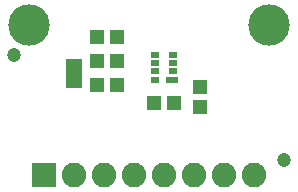
<source format=gbr>
G04 EAGLE Gerber RS-274X export*
G75*
%MOMM*%
%FSLAX34Y34*%
%LPD*%
%INSoldermask Top*%
%IPPOS*%
%AMOC8*
5,1,8,0,0,1.08239X$1,22.5*%
G01*
%ADD10R,1.003200X0.623200*%
%ADD11R,0.753200X0.623200*%
%ADD12R,2.082800X2.082800*%
%ADD13C,2.082800*%
%ADD14R,1.303200X1.203200*%
%ADD15C,3.505200*%
%ADD16C,1.203200*%
%ADD17R,1.473200X0.838200*%
%ADD18R,1.203200X1.303200*%


D10*
X145950Y93490D03*
D11*
X147200Y100590D03*
X147200Y107690D03*
X147200Y114790D03*
X132200Y114790D03*
X132200Y107690D03*
X132200Y100590D03*
X132200Y93490D03*
D12*
X38100Y12700D03*
D13*
X63500Y12700D03*
X88900Y12700D03*
X114300Y12700D03*
X139700Y12700D03*
X165100Y12700D03*
X190500Y12700D03*
X215900Y12700D03*
D14*
X99940Y88900D03*
X82940Y88900D03*
X99940Y109220D03*
X82940Y109220D03*
X148200Y73660D03*
X131200Y73660D03*
D15*
X25400Y139700D03*
X228600Y139700D03*
D14*
X99940Y129540D03*
X82940Y129540D03*
D16*
X12700Y114300D03*
X241300Y25400D03*
D17*
X63500Y90932D03*
X63500Y99060D03*
X63500Y107188D03*
D18*
X170180Y70240D03*
X170180Y87240D03*
M02*

</source>
